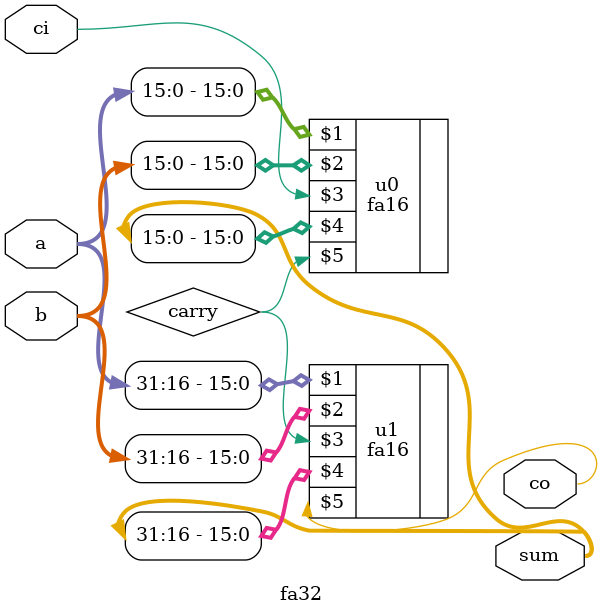
<source format=v>
module mul (a, b, out, ov);
    input [15:0] a, b;
    output [15:0] out;
    output ov;
    wire [31:0] tmpHL, tmpLH, tmpLL, tmpHH, tmpHLLH, tmpout1, tmpout2;
    wire [1:0] carry;
    wire co;

    multi8x8 u0 (a[7:0], b[7:0], tmpLL);
    multi8x8 u1 (a[15:8], b[7:0], tmpHL);
    multi8x8 u2 (a[7:0], b[15:8], tmpLH);
    multi8x8 u3 (a[15:8], b[15:8], tmpHH);

    fa32 u4 (tmpHL, tmpLH, 1'b0, tmpHLLH, carry[0]);

    fa32 u5 (tmpHH<<16, tmpHLLH<<8, 1'b0, tmpout1, carry[1]);
    fa32 u6 (tmpLL, tmpout1, carry[1], tmpout2, co);
    dovm u7 (tmpout2, ov);
    
    assign out = tmpout2[15:0];
  endmodule

module dovm(out, ov);
  input [31:0] out;
  output reg ov;

  always@(*) begin
    if(out > 65535)
      ov = 1;
    else
      ov = 0;
  end
endmodule

module multi8x8 (a, b, out);
    input [7:0] a,b;
    output [31:0] out;
    wire [54:0] carry;
    wire [41:0] sum;
    wire co;

    fa1 u (a[0]&b[0], 1'b0, 1'b0, out[0], co);

    fa1 u0 (a[1]&b[0], a[0]&b[1], 1'b0, out[1], carry[0]);
    
    fa1 u1 (a[2]&b[0], a[1]&b[1], a[0]&b[2], sum[0], carry[1]);
    fa1 u2 (sum[0], 1'b0, carry[0], out[2], carry[2]);
    
    fa1 u3 (a[3]&b[0], a[2]&b[1], a[1]&b[2], sum[1], carry[3]);
    fa1 u4 (sum[1], a[0]&b[3], carry[1], sum[2], carry[4]);
    fa1 u5 (sum[2], 1'b0, carry[2], out[3], carry[5]);
    
    fa1 u6 (a[4]&b[0], a[3]&b[1], a[2]&b[2], sum[3], carry[6]);
    fa1 u7 (sum[3], a[1]&b[3], carry[3], sum[4], carry[7]);
    fa1 u8 (sum[4], a[0]&b[4], carry[4], sum[5], carry[8]);
    fa1 u9 (sum[5], 1'b0, carry[5], out[4], carry[9]);
    
    fa1 u10 (a[5]&b[0], a[4]&b[1], a[3]&b[2], sum[6], carry[10]);
    fa1 u11 (sum[6], a[2]&b[3], carry[6], sum[7], carry[11]);
    fa1 u12 (sum[7], a[1]&b[4], carry[7], sum[8], carry[12]);
    fa1 u13 (sum[8], a[0]&b[5], carry[8], sum[9], carry[13]);
    fa1 u14 (sum[9], 1'b0, carry[9], out[5], carry[14]);

    fa1 u15 (a[6]&b[0], a[5]&b[1], a[4]&b[2], sum[10], carry[15]);
    fa1 u16 (sum[10], a[3]&b[3], carry[10], sum[11], carry[16]);
    fa1 u17 (sum[11], a[2]&b[4], carry[11], sum[12], carry[17]);
    fa1 u18 (sum[12], a[1]&b[5], carry[12], sum[13], carry[18]);
    fa1 u19 (sum[13], a[0]&b[6], carry[13], sum[14], carry[19]);
    fa1 u20 (sum[14], 1'b0, carry[14], out[6], carry[20]);

    fa1 u21 (a[7]&b[0], a[6]&b[1], a[5]&b[2], sum[15], carry[21]);
    fa1 u22 (sum[15], a[4]&b[3], carry[15], sum[16], carry[22]);
    fa1 u23 (sum[16], a[3]&b[4], carry[16], sum[17], carry[23]);
    fa1 u24 (sum[17], a[2]&b[5], carry[17], sum[18], carry[24]);
    fa1 u25 (sum[18], a[1]&b[6], carry[18], sum[19], carry[25]);
    fa1 u26 (sum[19], a[0]&b[7], carry[19], sum[20], carry[26]);
    fa1 u27 (sum[20], carry[20], 1'b0, out[7], carry[27]);

    fa1 u28 (1'b0, a[7]&b[1], a[6]&b[2], sum[21], carry[28]);
    fa1 u29 (sum[21], a[5]&b[3], carry[21], sum[22], carry[29]);
    fa1 u30 (sum[22], a[4]&b[4], carry[22], sum[23], carry[30]);
    fa1 u31 (sum[23], a[3]&b[5], carry[23], sum[24], carry[31]);
    fa1 u32 (sum[24], a[2]&b[6], carry[24], sum[25], carry[32]);
    fa1 u33 (sum[25], a[1]&b[7], carry[25], sum[26], carry[33]);
    fa1 u34 (sum[26], carry[26], carry[27], out[8], carry[34]);

    fa1 u35 (a[7]&b[2], a[6]&b[3], carry[28], sum[27], carry[35]);
    fa1 u36 (sum[27], a[5]&b[4], carry[29], sum[28], carry[36]);
    fa1 u37 (sum[28], a[4]&b[5], carry[30], sum[29], carry[37]);
    fa1 u38 (sum[29], a[3]&b[6], carry[31], sum[30], carry[38]);
    fa1 u39 (sum[30], a[2]&b[7], carry[32], sum[31], carry[39]);
    fa1 u40 (sum[31], carry[33], carry[34], out[9], carry[40]);
 
    fa1 u41 (a[7]&b[3], a[6]&b[4], carry[35], sum[32], carry[41]);
    fa1 u42 (sum[32], a[5]&b[5], carry[36], sum[33], carry[42]);
    fa1 u43 (sum[33], a[4]&b[6], carry[37], sum[34], carry[43]);
    fa1 u44 (sum[34], a[3]&b[7], carry[38], sum[35], carry[44]);
    fa1 u45 (sum[35], carry[39], carry[40], out[10], carry[45]);
 
    fa1 u46 (a[7]&b[4], a[6]&b[5], carry[41], sum[36], carry[46]);
    fa1 u47 (sum[36], a[5]&b[6], carry[42], sum[37], carry[47]);
    fa1 u48 (sum[37], a[4]&b[7], carry[43], sum[38], carry[48]);
    fa1 u49 (sum[38], carry[44], carry[45], out[11], carry[49]);
   
    fa1 u50 (a[7]&b[5], a[6]&b[6], carry[46], sum[39], carry[50]);
    fa1 u51 (sum[39], a[5]&b[7], carry[47], sum[40], carry[51]);
    fa1 u52 (sum[40], carry[48], carry[49], out[12], carry[52]);
  
    fa1 u53 (a[7]&b[6], a[6]&b[7], carry[50], sum[41], carry[53]);
    fa1 u54 (sum[41], carry[51], carry[52], out[13], carry[54]);

    fa1 u55 (a[7]&b[7], carry[53], carry[54], out[14], out[15]);

    assign out[31:16] = 16'b0;
endmodule

module fa32 (a, b, ci, sum, co);
    input [31:0] a, b;
    input ci;
    output [31:0] sum;
    output co;
    wire carry;

    fa16 u0 (a[15:0], b[15:0], ci, sum[15:0], carry);
    fa16 u1 (a[31:16], b[31:16], carry, sum[31:16], co);
endmodule
</source>
